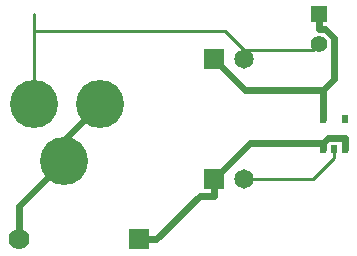
<source format=gtl>
G04 (created by PCBNEW (2013-june-11)-stable) date Sat 26 Oct 2013 23:01:24 ART*
%MOIN*%
G04 Gerber Fmt 3.4, Leading zero omitted, Abs format*
%FSLAX34Y34*%
G01*
G70*
G90*
G04 APERTURE LIST*
%ADD10C,0.00590551*%
%ADD11C,0.07*%
%ADD12R,0.07X0.07*%
%ADD13R,0.02X0.03*%
%ADD14R,0.055X0.055*%
%ADD15C,0.055*%
%ADD16R,0.065X0.065*%
%ADD17C,0.065*%
%ADD18C,0.16*%
%ADD19C,0.035*%
%ADD20C,0.024*%
%ADD21C,0.01*%
G04 APERTURE END LIST*
G54D10*
G54D11*
X76500Y-56500D03*
G54D12*
X80500Y-56500D03*
G54D13*
X86625Y-53500D03*
X87375Y-53500D03*
X86625Y-52500D03*
X87000Y-53500D03*
X87375Y-52500D03*
G54D14*
X86500Y-49000D03*
G54D15*
X86500Y-50000D03*
G54D16*
X83000Y-50500D03*
G54D17*
X84000Y-50500D03*
G54D16*
X83000Y-54500D03*
G54D17*
X84000Y-54500D03*
G54D18*
X79200Y-52000D03*
X77000Y-52000D03*
X78000Y-53900D03*
G54D19*
X77000Y-52000D03*
G54D20*
X86500Y-49000D02*
X86500Y-49495D01*
X86625Y-52500D02*
X86625Y-52129D01*
X86625Y-51517D02*
X86625Y-52129D01*
X84017Y-51517D02*
X86625Y-51517D01*
X83000Y-50500D02*
X84017Y-51517D01*
X86716Y-49495D02*
X86500Y-49495D01*
X87001Y-49779D02*
X86716Y-49495D01*
X87001Y-51140D02*
X87001Y-49779D01*
X86625Y-51517D02*
X87001Y-51140D01*
G54D21*
X77000Y-52000D02*
X77000Y-49562D01*
X77000Y-49562D02*
X77000Y-49000D01*
X84000Y-50187D02*
X84000Y-50500D01*
X83374Y-49562D02*
X84000Y-50187D01*
X77000Y-49562D02*
X83374Y-49562D01*
X86312Y-50187D02*
X86500Y-50000D01*
X84000Y-50187D02*
X86312Y-50187D01*
X86300Y-54500D02*
X87000Y-53800D01*
X84000Y-54500D02*
X86300Y-54500D01*
X87000Y-53500D02*
X87000Y-53800D01*
G54D20*
X78000Y-53900D02*
X78000Y-53200D01*
X78000Y-53200D02*
X79200Y-52000D01*
X76500Y-55400D02*
X76500Y-56500D01*
X78000Y-53900D02*
X76500Y-55400D01*
X80500Y-56500D02*
X81070Y-56500D01*
X82525Y-55045D02*
X81070Y-56500D01*
X83000Y-55045D02*
X82525Y-55045D01*
X83000Y-54500D02*
X83000Y-55045D01*
X87375Y-53500D02*
X87375Y-53129D01*
X86786Y-53129D02*
X87375Y-53129D01*
X86625Y-53291D02*
X86786Y-53129D01*
X86625Y-53500D02*
X86625Y-53291D01*
X84208Y-53291D02*
X86625Y-53291D01*
X83000Y-54500D02*
X84208Y-53291D01*
M02*

</source>
